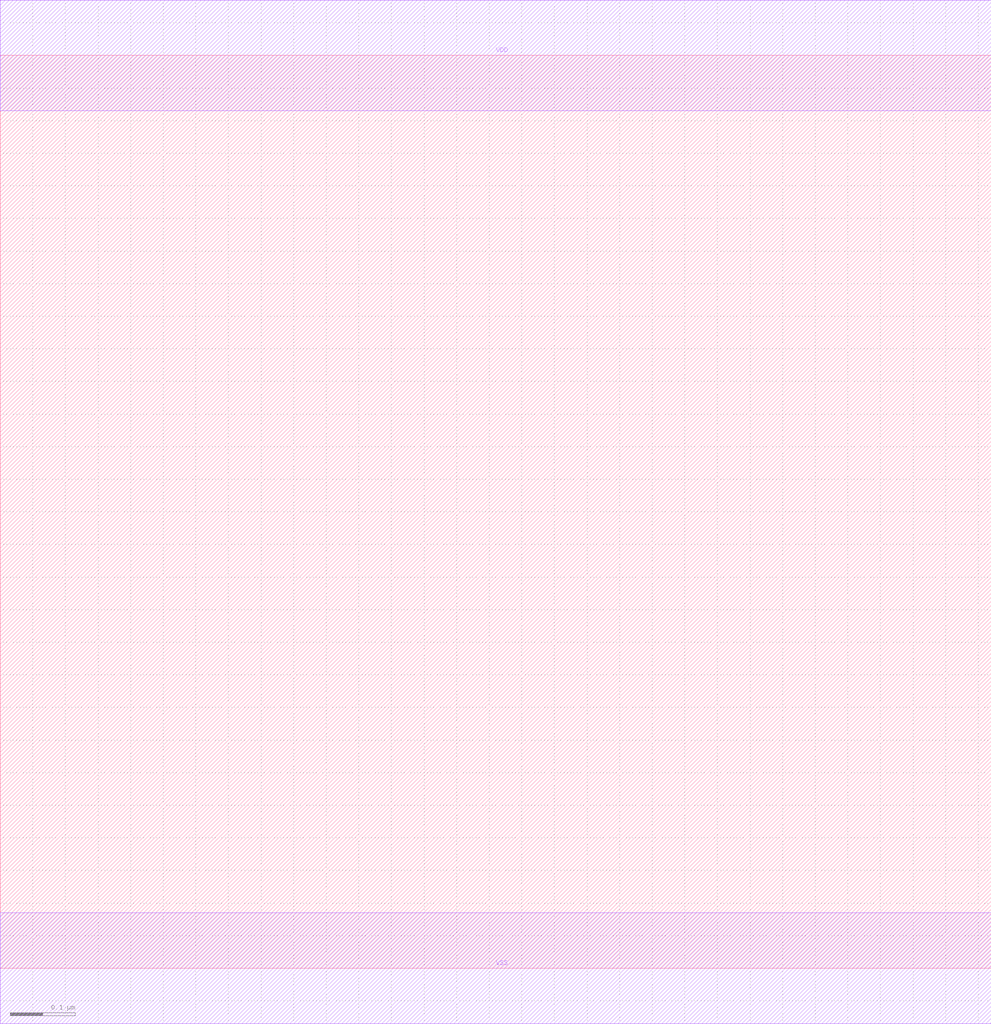
<source format=lef>
# 
# ******************************************************************************
# *                                                                            *
# *                   Copyright (C) 2004-2010, Nangate Inc.                    *
# *                           All rights reserved.                             *
# *                                                                            *
# * Nangate and the Nangate logo are trademarks of Nangate Inc.                *
# *                                                                            *
# * All trademarks, logos, software marks, and trade names (collectively the   *
# * "Marks") in this program are proprietary to Nangate or other respective    *
# * owners that have granted Nangate the right and license to use such Marks.  *
# * You are not permitted to use the Marks without the prior written consent   *
# * of Nangate or such third party that may own the Marks.                     *
# *                                                                            *
# * This file has been provided pursuant to a License Agreement containing     *
# * restrictions on its use. This file contains valuable trade secrets and     *
# * proprietary information of Nangate Inc., and is protected by U.S. and      *
# * international laws and/or treaties.                                        *
# *                                                                            *
# * The copyright notice(s) in this file does not indicate actual or intended  *
# * publication of this file.                                                  *
# *                                                                            *
# *     NGLibraryCreator, v2010.08-HR32-SP3-2010-08-05 - build 1009061800      *
# *                                                                            *
# ******************************************************************************
# 
# 
# Running on brazil06.nangate.com.br for user Giancarlo Franciscatto (gfr).
# Local time is now Fri, 3 Dec 2010, 19:32:18.
# Main process id is 27821.

VERSION 5.6 ;
BUSBITCHARS "[]" ;
DIVIDERCHAR "/" ;

MACRO FILLCELL_X8
  CLASS core ;
  FOREIGN FILLCELL_X8 0.0 0.0 ;
  ORIGIN 0 0 ;
  SYMMETRY X Y ;
  SITE FreePDK45_38x28_10R_NP_162NW_34O ;
  SIZE 1.52 BY 1.4 ;
  PIN VDD
    DIRECTION INOUT ;
    USE power ;
    SHAPE ABUTMENT ;
    PORT
      LAYER metal1 ;
        POLYGON 0 1.315 1.52 1.315 1.52 1.485 0 1.485  ;
    END
  END VDD
  PIN VSS
    DIRECTION INOUT ;
    USE ground ;
    SHAPE ABUTMENT ;
    PORT
      LAYER metal1 ;
        POLYGON 0 -0.085 1.52 -0.085 1.52 0.085 0 0.085  ;
    END
  END VSS
END FILLCELL_X8

END LIBRARY
#
# End of file
#

</source>
